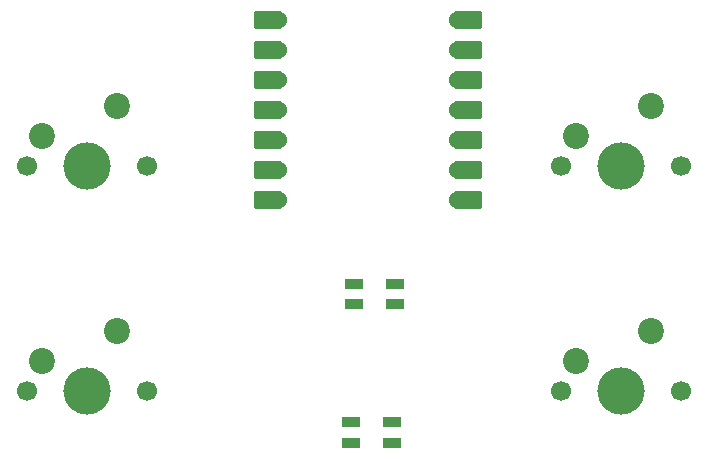
<source format=gbr>
%TF.GenerationSoftware,KiCad,Pcbnew,9.0.2*%
%TF.CreationDate,2025-05-18T21:43:27-07:00*%
%TF.ProjectId,proj,70726f6a-2e6b-4696-9361-645f70636258,rev?*%
%TF.SameCoordinates,Original*%
%TF.FileFunction,Soldermask,Top*%
%TF.FilePolarity,Negative*%
%FSLAX46Y46*%
G04 Gerber Fmt 4.6, Leading zero omitted, Abs format (unit mm)*
G04 Created by KiCad (PCBNEW 9.0.2) date 2025-05-18 21:43:27*
%MOMM*%
%LPD*%
G01*
G04 APERTURE LIST*
G04 Aperture macros list*
%AMRoundRect*
0 Rectangle with rounded corners*
0 $1 Rounding radius*
0 $2 $3 $4 $5 $6 $7 $8 $9 X,Y pos of 4 corners*
0 Add a 4 corners polygon primitive as box body*
4,1,4,$2,$3,$4,$5,$6,$7,$8,$9,$2,$3,0*
0 Add four circle primitives for the rounded corners*
1,1,$1+$1,$2,$3*
1,1,$1+$1,$4,$5*
1,1,$1+$1,$6,$7*
1,1,$1+$1,$8,$9*
0 Add four rect primitives between the rounded corners*
20,1,$1+$1,$2,$3,$4,$5,0*
20,1,$1+$1,$4,$5,$6,$7,0*
20,1,$1+$1,$6,$7,$8,$9,0*
20,1,$1+$1,$8,$9,$2,$3,0*%
G04 Aperture macros list end*
%ADD10RoundRect,0.152400X-1.063600X-0.609600X1.063600X-0.609600X1.063600X0.609600X-1.063600X0.609600X0*%
%ADD11C,1.524000*%
%ADD12RoundRect,0.152400X1.063600X0.609600X-1.063600X0.609600X-1.063600X-0.609600X1.063600X-0.609600X0*%
%ADD13C,1.700000*%
%ADD14C,4.000000*%
%ADD15C,2.200000*%
%ADD16R,1.600000X0.850000*%
G04 APERTURE END LIST*
D10*
%TO.C,U1*%
X194192500Y-68580000D03*
D11*
X193357500Y-68580000D03*
D10*
X194192500Y-71120000D03*
D11*
X193357500Y-71120000D03*
D10*
X194192500Y-73660000D03*
D11*
X193357500Y-73660000D03*
D10*
X194192500Y-76200000D03*
D11*
X193357500Y-76200000D03*
D10*
X194192500Y-78740000D03*
D11*
X193357500Y-78740000D03*
D10*
X194192500Y-81280000D03*
D11*
X193357500Y-81280000D03*
D10*
X194192500Y-83820000D03*
D11*
X193357500Y-83820000D03*
X178117500Y-83820000D03*
D12*
X177282500Y-83820000D03*
D11*
X178117500Y-81280000D03*
D12*
X177282500Y-81280000D03*
D11*
X178117500Y-78740000D03*
D12*
X177282500Y-78740000D03*
D11*
X178117500Y-76200000D03*
D12*
X177282500Y-76200000D03*
D11*
X178117500Y-73660000D03*
D12*
X177282500Y-73660000D03*
D11*
X178117500Y-71120000D03*
D12*
X177282500Y-71120000D03*
D11*
X178117500Y-68580000D03*
D12*
X177282500Y-68580000D03*
%TD*%
D13*
%TO.C,SW4*%
X202088750Y-80962500D03*
D14*
X207168750Y-80962500D03*
D13*
X212248750Y-80962500D03*
D15*
X209708750Y-75882500D03*
X203358750Y-78422500D03*
%TD*%
D13*
%TO.C,SW3*%
X202088750Y-100012500D03*
D14*
X207168750Y-100012500D03*
D13*
X212248750Y-100012500D03*
D15*
X209708750Y-94932500D03*
X203358750Y-97472500D03*
%TD*%
D13*
%TO.C,SW2*%
X156845000Y-100012500D03*
D14*
X161925000Y-100012500D03*
D13*
X167005000Y-100012500D03*
D15*
X164465000Y-94932500D03*
X158115000Y-97472500D03*
%TD*%
D13*
%TO.C,SW1*%
X156845000Y-80962500D03*
D14*
X161925000Y-80962500D03*
D13*
X167005000Y-80962500D03*
D15*
X164465000Y-75882500D03*
X158115000Y-78422500D03*
%TD*%
D16*
%TO.C,D2*%
X184243750Y-102681250D03*
X184243750Y-104431250D03*
X187743750Y-104431250D03*
X187743750Y-102681250D03*
%TD*%
%TO.C,D1*%
X184500000Y-90950000D03*
X184500000Y-92700000D03*
X188000000Y-92700000D03*
X188000000Y-90950000D03*
%TD*%
M02*

</source>
